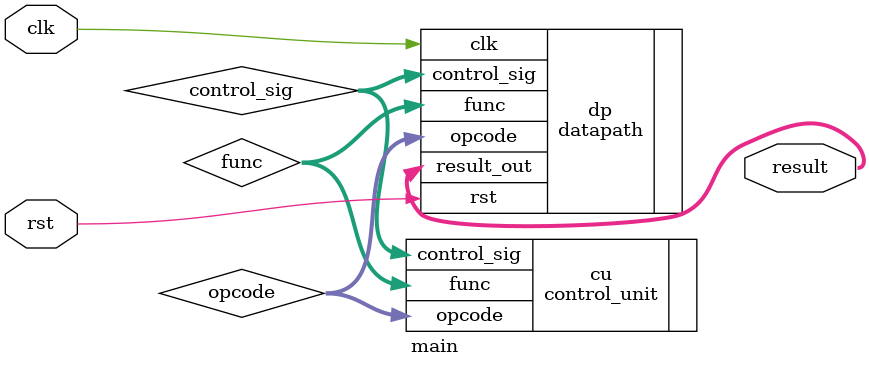
<source format=v>
/*
/////////////////////////////////////////////
//// COA LAB Assignment 6                ////
//// Group Number 23                     ////
//// Ashwani Kumar Kamal (20CS10011)     ////
//// Astitva (20CS30007)                 ////
/////////////////////////////////////////////
*/

`timescale 1ns / 1ps

// The top module for CPU

module main (
    input clk,
    input rst,
    output [31:0] result
);
    wire [5:0] opcode;
    wire [4:0] func;
    wire [16:0] control_sig;

    control_unit cu (
        .opcode(opcode),
        .func(func),
        .control_sig(control_sig)
    );

    datapath dp (
        .opcode(opcode),
        .func(func),
        .control_sig(control_sig),
        .clk(clk),
        .rst(rst),
        .result_out(result)
    );
endmodule

</source>
